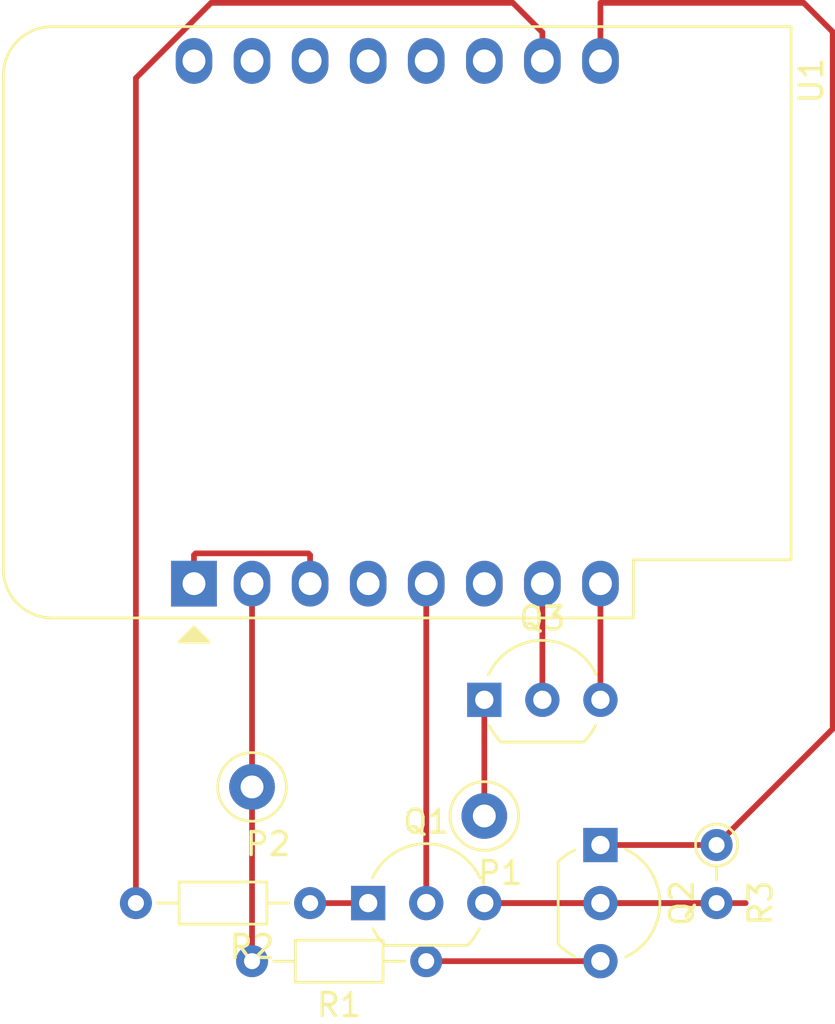
<source format=kicad_pcb>
(kicad_pcb (version 20171130) (host pcbnew 5.1.5+dfsg1-2build2)

  (general
    (thickness 1.6)
    (drawings 0)
    (tracks 26)
    (zones 0)
    (modules 9)
    (nets 20)
  )

  (page A4)
  (layers
    (0 F.Cu signal)
    (31 B.Cu signal)
    (32 B.Adhes user)
    (33 F.Adhes user)
    (34 B.Paste user)
    (35 F.Paste user)
    (36 B.SilkS user)
    (37 F.SilkS user)
    (38 B.Mask user)
    (39 F.Mask user)
    (40 Dwgs.User user)
    (41 Cmts.User user)
    (42 Eco1.User user)
    (43 Eco2.User user)
    (44 Edge.Cuts user)
    (45 Margin user)
    (46 B.CrtYd user)
    (47 F.CrtYd user)
    (48 B.Fab user)
    (49 F.Fab user)
  )

  (setup
    (last_trace_width 0.25)
    (trace_clearance 0.2)
    (zone_clearance 0.508)
    (zone_45_only no)
    (trace_min 0.2)
    (via_size 0.8)
    (via_drill 0.4)
    (via_min_size 0.4)
    (via_min_drill 0.3)
    (uvia_size 0.3)
    (uvia_drill 0.1)
    (uvias_allowed no)
    (uvia_min_size 0.2)
    (uvia_min_drill 0.1)
    (edge_width 0.05)
    (segment_width 0.2)
    (pcb_text_width 0.3)
    (pcb_text_size 1.5 1.5)
    (mod_edge_width 0.12)
    (mod_text_size 1 1)
    (mod_text_width 0.15)
    (pad_size 1.524 1.524)
    (pad_drill 0.762)
    (pad_to_mask_clearance 0.051)
    (solder_mask_min_width 0.25)
    (aux_axis_origin 0 0)
    (visible_elements FFFFFF7F)
    (pcbplotparams
      (layerselection 0x010fc_ffffffff)
      (usegerberextensions false)
      (usegerberattributes false)
      (usegerberadvancedattributes false)
      (creategerberjobfile false)
      (excludeedgelayer true)
      (linewidth 0.100000)
      (plotframeref false)
      (viasonmask false)
      (mode 1)
      (useauxorigin false)
      (hpglpennumber 1)
      (hpglpenspeed 20)
      (hpglpendiameter 15.000000)
      (psnegative false)
      (psa4output false)
      (plotreference true)
      (plotvalue true)
      (plotinvisibletext false)
      (padsonsilk false)
      (subtractmaskfromsilk false)
      (outputformat 1)
      (mirror false)
      (drillshape 1)
      (scaleselection 1)
      (outputdirectory ""))
  )

  (net 0 "")
  (net 1 "Net-(Q1-Pad1)")
  (net 2 "Net-(Q1-Pad3)")
  (net 3 "Net-(Q1-Pad2)")
  (net 4 "Net-(Q2-Pad3)")
  (net 5 "Net-(U1-Pad16)")
  (net 6 "Net-(U1-Pad15)")
  (net 7 "Net-(U1-Pad14)")
  (net 8 "Net-(U1-Pad13)")
  (net 9 "Net-(U1-Pad12)")
  (net 10 "Net-(U1-Pad11)")
  (net 11 "Net-(U1-Pad1)")
  (net 12 "Net-(U1-Pad4)")
  (net 13 "Net-(U1-Pad6)")
  (net 14 "Net-(P1-Pad1)")
  (net 15 "Net-(P2-Pad1)")
  (net 16 +6V)
  (net 17 "Net-(Q3-Pad3)")
  (net 18 "Net-(Q3-Pad2)")
  (net 19 GND)

  (net_class Default "This is the default net class."
    (clearance 0.2)
    (trace_width 0.25)
    (via_dia 0.8)
    (via_drill 0.4)
    (uvia_dia 0.3)
    (uvia_drill 0.1)
    (add_net +6V)
    (add_net GND)
    (add_net "Net-(P1-Pad1)")
    (add_net "Net-(P2-Pad1)")
    (add_net "Net-(Q1-Pad1)")
    (add_net "Net-(Q1-Pad2)")
    (add_net "Net-(Q1-Pad3)")
    (add_net "Net-(Q2-Pad3)")
    (add_net "Net-(Q3-Pad2)")
    (add_net "Net-(Q3-Pad3)")
    (add_net "Net-(U1-Pad1)")
    (add_net "Net-(U1-Pad11)")
    (add_net "Net-(U1-Pad12)")
    (add_net "Net-(U1-Pad13)")
    (add_net "Net-(U1-Pad14)")
    (add_net "Net-(U1-Pad15)")
    (add_net "Net-(U1-Pad16)")
    (add_net "Net-(U1-Pad4)")
    (add_net "Net-(U1-Pad6)")
  )

  (module Resistor_THT:R_Axial_DIN0204_L3.6mm_D1.6mm_P7.62mm_Horizontal (layer F.Cu) (tedit 5AE5139B) (tstamp 61BFC26C)
    (at 85.09 62.23 180)
    (descr "Resistor, Axial_DIN0204 series, Axial, Horizontal, pin pitch=7.62mm, 0.167W, length*diameter=3.6*1.6mm^2, http://cdn-reichelt.de/documents/datenblatt/B400/1_4W%23YAG.pdf")
    (tags "Resistor Axial_DIN0204 series Axial Horizontal pin pitch 7.62mm 0.167W length 3.6mm diameter 1.6mm")
    (path /61C5038A)
    (fp_text reference R2 (at 2.54 -1.92) (layer F.SilkS)
      (effects (font (size 1 1) (thickness 0.15)))
    )
    (fp_text value 10k (at 2.54 1.92) (layer F.Fab)
      (effects (font (size 1 1) (thickness 0.15)))
    )
    (fp_text user %R (at 2.54 0) (layer F.Fab)
      (effects (font (size 0.72 0.72) (thickness 0.108)))
    )
    (fp_line (start 8.57 -1.05) (end -0.95 -1.05) (layer F.CrtYd) (width 0.05))
    (fp_line (start 8.57 1.05) (end 8.57 -1.05) (layer F.CrtYd) (width 0.05))
    (fp_line (start -0.95 1.05) (end 8.57 1.05) (layer F.CrtYd) (width 0.05))
    (fp_line (start -0.95 -1.05) (end -0.95 1.05) (layer F.CrtYd) (width 0.05))
    (fp_line (start 6.68 0) (end 5.73 0) (layer F.SilkS) (width 0.12))
    (fp_line (start 0.94 0) (end 1.89 0) (layer F.SilkS) (width 0.12))
    (fp_line (start 5.73 -0.92) (end 1.89 -0.92) (layer F.SilkS) (width 0.12))
    (fp_line (start 5.73 0.92) (end 5.73 -0.92) (layer F.SilkS) (width 0.12))
    (fp_line (start 1.89 0.92) (end 5.73 0.92) (layer F.SilkS) (width 0.12))
    (fp_line (start 1.89 -0.92) (end 1.89 0.92) (layer F.SilkS) (width 0.12))
    (fp_line (start 7.62 0) (end 5.61 0) (layer F.Fab) (width 0.1))
    (fp_line (start 0 0) (end 2.01 0) (layer F.Fab) (width 0.1))
    (fp_line (start 5.61 -0.8) (end 2.01 -0.8) (layer F.Fab) (width 0.1))
    (fp_line (start 5.61 0.8) (end 5.61 -0.8) (layer F.Fab) (width 0.1))
    (fp_line (start 2.01 0.8) (end 5.61 0.8) (layer F.Fab) (width 0.1))
    (fp_line (start 2.01 -0.8) (end 2.01 0.8) (layer F.Fab) (width 0.1))
    (pad 2 thru_hole oval (at 7.62 0 180) (size 1.4 1.4) (drill 0.7) (layers *.Cu *.Mask)
      (net 19 GND))
    (pad 1 thru_hole circle (at 0 0 180) (size 1.4 1.4) (drill 0.7) (layers *.Cu *.Mask)
      (net 1 "Net-(Q1-Pad1)"))
    (model ${KISYS3DMOD}/Resistor_THT.3dshapes/R_Axial_DIN0204_L3.6mm_D1.6mm_P7.62mm_Horizontal.wrl
      (at (xyz 0 0 0))
      (scale (xyz 1 1 1))
      (rotate (xyz 0 0 0))
    )
  )

  (module Resistor_THT:R_Axial_DIN0204_L3.6mm_D1.6mm_P2.54mm_Vertical (layer F.Cu) (tedit 5AE5139B) (tstamp 61BFB32E)
    (at 102.87 59.69 270)
    (descr "Resistor, Axial_DIN0204 series, Axial, Vertical, pin pitch=2.54mm, 0.167W, length*diameter=3.6*1.6mm^2, http://cdn-reichelt.de/documents/datenblatt/B400/1_4W%23YAG.pdf")
    (tags "Resistor Axial_DIN0204 series Axial Vertical pin pitch 2.54mm 0.167W length 3.6mm diameter 1.6mm")
    (path /61C83749)
    (fp_text reference R3 (at 2.54 -1.92 90) (layer F.SilkS)
      (effects (font (size 1 1) (thickness 0.15)))
    )
    (fp_text value 10k (at 2.54 1.92 90) (layer F.Fab)
      (effects (font (size 1 1) (thickness 0.15)))
    )
    (fp_text user %R (at 2.54 0 90) (layer F.Fab)
      (effects (font (size 0.72 0.72) (thickness 0.108)))
    )
    (fp_line (start 3.49 -1.05) (end -1.05 -1.05) (layer F.CrtYd) (width 0.05))
    (fp_line (start 3.49 1.05) (end 3.49 -1.05) (layer F.CrtYd) (width 0.05))
    (fp_line (start -1.05 1.05) (end 3.49 1.05) (layer F.CrtYd) (width 0.05))
    (fp_line (start -1.05 -1.05) (end -1.05 1.05) (layer F.CrtYd) (width 0.05))
    (fp_line (start 0.92 0) (end 1.54 0) (layer F.SilkS) (width 0.12))
    (fp_line (start 0 0) (end 2.54 0) (layer F.Fab) (width 0.1))
    (fp_circle (center 0 0) (end 0.92 0) (layer F.SilkS) (width 0.12))
    (fp_circle (center 0 0) (end 0.8 0) (layer F.Fab) (width 0.1))
    (pad 2 thru_hole oval (at 2.54 0 270) (size 1.4 1.4) (drill 0.7) (layers *.Cu *.Mask)
      (net 2 "Net-(Q1-Pad3)"))
    (pad 1 thru_hole circle (at 0 0 270) (size 1.4 1.4) (drill 0.7) (layers *.Cu *.Mask)
      (net 16 +6V))
    (model ${KISYS3DMOD}/Resistor_THT.3dshapes/R_Axial_DIN0204_L3.6mm_D1.6mm_P2.54mm_Vertical.wrl
      (at (xyz 0 0 0))
      (scale (xyz 1 1 1))
      (rotate (xyz 0 0 0))
    )
  )

  (module Module:WEMOS_D1_mini_light (layer F.Cu) (tedit 5BBFB1CE) (tstamp 61BD7825)
    (at 80.01 48.26 90)
    (descr "16-pin module, column spacing 22.86 mm (900 mils), https://wiki.wemos.cc/products:d1:d1_mini, https://c1.staticflickr.com/1/734/31400410271_f278b087db_z.jpg")
    (tags "ESP8266 WiFi microcontroller")
    (path /61BD6AFB)
    (fp_text reference U1 (at 22 27 90) (layer F.SilkS)
      (effects (font (size 1 1) (thickness 0.15)))
    )
    (fp_text value WeMos_D1_mini (at 11.7 0 90) (layer F.Fab)
      (effects (font (size 1 1) (thickness 0.15)))
    )
    (fp_text user "No copper" (at 11.43 -3.81 90) (layer Cmts.User)
      (effects (font (size 1 1) (thickness 0.15)))
    )
    (fp_text user "KEEP OUT" (at 11.43 -6.35 90) (layer Cmts.User)
      (effects (font (size 1 1) (thickness 0.15)))
    )
    (fp_arc (start 22.23 -6.21) (end 24.36 -6.21) (angle -90) (layer F.SilkS) (width 0.12))
    (fp_arc (start 0.63 -6.21) (end 0.63 -8.34) (angle -90) (layer F.SilkS) (width 0.12))
    (fp_line (start 1.04 19.22) (end 1.04 26.12) (layer F.SilkS) (width 0.12))
    (fp_line (start -1.5 19.22) (end 1.04 19.22) (layer F.SilkS) (width 0.12))
    (fp_arc (start 22.23 -6.21) (end 24.23 -6.19) (angle -90) (layer F.Fab) (width 0.1))
    (fp_arc (start 0.63 -6.21) (end 0.63 -8.21) (angle -90) (layer F.Fab) (width 0.1))
    (fp_line (start -0.37 0) (end -1.37 -1) (layer F.Fab) (width 0.1))
    (fp_line (start -1.37 1) (end -0.37 0) (layer F.Fab) (width 0.1))
    (fp_line (start -1.37 -6.21) (end -1.37 -1) (layer F.Fab) (width 0.1))
    (fp_line (start 1.17 19.09) (end 1.17 25.99) (layer F.Fab) (width 0.1))
    (fp_line (start -1.37 19.09) (end 1.17 19.09) (layer F.Fab) (width 0.1))
    (fp_line (start -1.35 -7.4) (end -0.55 -8.2) (layer Dwgs.User) (width 0.1))
    (fp_line (start -1.3 -5.45) (end 1.45 -8.2) (layer Dwgs.User) (width 0.1))
    (fp_line (start -1.35 -3.4) (end 3.45 -8.2) (layer Dwgs.User) (width 0.1))
    (fp_line (start 22.65 -1.4) (end 24.25 -3) (layer Dwgs.User) (width 0.1))
    (fp_line (start 20.65 -1.4) (end 24.25 -5) (layer Dwgs.User) (width 0.1))
    (fp_line (start 18.65 -1.4) (end 24.25 -7) (layer Dwgs.User) (width 0.1))
    (fp_line (start 16.65 -1.4) (end 23.45 -8.2) (layer Dwgs.User) (width 0.1))
    (fp_line (start 14.65 -1.4) (end 21.45 -8.2) (layer Dwgs.User) (width 0.1))
    (fp_line (start 12.65 -1.4) (end 19.45 -8.2) (layer Dwgs.User) (width 0.1))
    (fp_line (start 10.65 -1.4) (end 17.45 -8.2) (layer Dwgs.User) (width 0.1))
    (fp_line (start 8.65 -1.4) (end 15.45 -8.2) (layer Dwgs.User) (width 0.1))
    (fp_line (start 6.65 -1.4) (end 13.45 -8.2) (layer Dwgs.User) (width 0.1))
    (fp_line (start 4.65 -1.4) (end 11.45 -8.2) (layer Dwgs.User) (width 0.1))
    (fp_line (start 2.65 -1.4) (end 9.45 -8.2) (layer Dwgs.User) (width 0.1))
    (fp_line (start 0.65 -1.4) (end 7.45 -8.2) (layer Dwgs.User) (width 0.1))
    (fp_line (start -1.35 -1.4) (end 5.45 -8.2) (layer Dwgs.User) (width 0.1))
    (fp_line (start -1.35 -8.2) (end -1.35 -1.4) (layer Dwgs.User) (width 0.1))
    (fp_line (start 24.25 -8.2) (end -1.35 -8.2) (layer Dwgs.User) (width 0.1))
    (fp_line (start 24.25 -1.4) (end 24.25 -8.2) (layer Dwgs.User) (width 0.1))
    (fp_line (start -1.35 -1.4) (end 24.25 -1.4) (layer Dwgs.User) (width 0.1))
    (fp_poly (pts (xy -2.54 -0.635) (xy -2.54 0.635) (xy -1.905 0)) (layer F.SilkS) (width 0.15))
    (fp_line (start -1.62 26.24) (end -1.62 -8.46) (layer F.CrtYd) (width 0.05))
    (fp_line (start 24.48 26.24) (end -1.62 26.24) (layer F.CrtYd) (width 0.05))
    (fp_line (start 24.48 -8.41) (end 24.48 26.24) (layer F.CrtYd) (width 0.05))
    (fp_line (start -1.62 -8.46) (end 24.48 -8.46) (layer F.CrtYd) (width 0.05))
    (fp_text user %R (at 11.43 10 90) (layer F.Fab)
      (effects (font (size 1 1) (thickness 0.15)))
    )
    (fp_line (start -1.37 1) (end -1.37 19.09) (layer F.Fab) (width 0.1))
    (fp_line (start 22.23 -8.21) (end 0.63 -8.21) (layer F.Fab) (width 0.1))
    (fp_line (start 24.23 25.99) (end 24.23 -6.21) (layer F.Fab) (width 0.1))
    (fp_line (start 1.17 25.99) (end 24.23 25.99) (layer F.Fab) (width 0.1))
    (fp_line (start 22.24 -8.34) (end 0.63 -8.34) (layer F.SilkS) (width 0.12))
    (fp_line (start 24.36 26.12) (end 24.36 -6.21) (layer F.SilkS) (width 0.12))
    (fp_line (start -1.5 19.22) (end -1.5 -6.21) (layer F.SilkS) (width 0.12))
    (fp_line (start 1.04 26.12) (end 24.36 26.12) (layer F.SilkS) (width 0.12))
    (pad 16 thru_hole oval (at 22.86 0 90) (size 2 1.6) (drill 1) (layers *.Cu *.Mask)
      (net 5 "Net-(U1-Pad16)"))
    (pad 15 thru_hole oval (at 22.86 2.54 90) (size 2 1.6) (drill 1) (layers *.Cu *.Mask)
      (net 6 "Net-(U1-Pad15)"))
    (pad 14 thru_hole oval (at 22.86 5.08 90) (size 2 1.6) (drill 1) (layers *.Cu *.Mask)
      (net 7 "Net-(U1-Pad14)"))
    (pad 13 thru_hole oval (at 22.86 7.62 90) (size 2 1.6) (drill 1) (layers *.Cu *.Mask)
      (net 8 "Net-(U1-Pad13)"))
    (pad 12 thru_hole oval (at 22.86 10.16 90) (size 2 1.6) (drill 1) (layers *.Cu *.Mask)
      (net 9 "Net-(U1-Pad12)"))
    (pad 11 thru_hole oval (at 22.86 12.7 90) (size 2 1.6) (drill 1) (layers *.Cu *.Mask)
      (net 10 "Net-(U1-Pad11)"))
    (pad 10 thru_hole oval (at 22.86 15.24 90) (size 2 1.6) (drill 1) (layers *.Cu *.Mask)
      (net 19 GND))
    (pad 9 thru_hole oval (at 22.86 17.78 90) (size 2 1.6) (drill 1) (layers *.Cu *.Mask)
      (net 16 +6V))
    (pad 8 thru_hole oval (at 0 17.78 90) (size 2 1.6) (drill 1) (layers *.Cu *.Mask)
      (net 17 "Net-(Q3-Pad3)"))
    (pad 7 thru_hole oval (at 0 15.24 90) (size 2 1.6) (drill 1) (layers *.Cu *.Mask)
      (net 18 "Net-(Q3-Pad2)"))
    (pad 6 thru_hole oval (at 0 12.7 90) (size 2 1.6) (drill 1) (layers *.Cu *.Mask)
      (net 13 "Net-(U1-Pad6)"))
    (pad 5 thru_hole oval (at 0 10.16 90) (size 2 1.6) (drill 1) (layers *.Cu *.Mask)
      (net 3 "Net-(Q1-Pad2)"))
    (pad 4 thru_hole oval (at 0 7.62 90) (size 2 1.6) (drill 1) (layers *.Cu *.Mask)
      (net 12 "Net-(U1-Pad4)"))
    (pad 3 thru_hole oval (at 0 5.08 90) (size 2 1.6) (drill 1) (layers *.Cu *.Mask)
      (net 11 "Net-(U1-Pad1)"))
    (pad 1 thru_hole rect (at 0 0 90) (size 2 2) (drill 1) (layers *.Cu *.Mask)
      (net 11 "Net-(U1-Pad1)"))
    (pad 2 thru_hole oval (at 0 2.54 90) (size 2 1.6) (drill 1) (layers *.Cu *.Mask)
      (net 15 "Net-(P2-Pad1)"))
    (model ${KISYS3DMOD}/Module.3dshapes/WEMOS_D1_mini_light.wrl
      (at (xyz 0 0 0))
      (scale (xyz 1 1 1))
      (rotate (xyz 0 0 0))
    )
    (model ${KISYS3DMOD}/Connector_PinHeader_2.54mm.3dshapes/PinHeader_1x08_P2.54mm_Vertical.wrl
      (offset (xyz 0 0 9.5))
      (scale (xyz 1 1 1))
      (rotate (xyz 0 -180 0))
    )
    (model ${KISYS3DMOD}/Connector_PinHeader_2.54mm.3dshapes/PinHeader_1x08_P2.54mm_Vertical.wrl
      (offset (xyz 22.86 0 9.5))
      (scale (xyz 1 1 1))
      (rotate (xyz 0 -180 0))
    )
    (model ${KISYS3DMOD}/Connector_PinSocket_2.54mm.3dshapes/PinSocket_1x08_P2.54mm_Vertical.wrl
      (at (xyz 0 0 0))
      (scale (xyz 1 1 1))
      (rotate (xyz 0 0 0))
    )
    (model ${KISYS3DMOD}/Connector_PinSocket_2.54mm.3dshapes/PinSocket_1x08_P2.54mm_Vertical.wrl
      (offset (xyz 22.86 0 0))
      (scale (xyz 1 1 1))
      (rotate (xyz 0 0 0))
    )
  )

  (module Package_TO_SOT_THT:TO-92_Inline_Wide (layer F.Cu) (tedit 5A02FF81) (tstamp 61BFB2F2)
    (at 92.71 53.34)
    (descr "TO-92 leads in-line, wide, drill 0.75mm (see NXP sot054_po.pdf)")
    (tags "to-92 sc-43 sc-43a sot54 PA33 transistor")
    (path /61C60A18)
    (fp_text reference Q3 (at 2.54 -3.56) (layer F.SilkS)
      (effects (font (size 1 1) (thickness 0.15)))
    )
    (fp_text value 2N3904 (at 2.54 2.79) (layer F.Fab)
      (effects (font (size 1 1) (thickness 0.15)))
    )
    (fp_arc (start 2.54 0) (end 4.34 1.85) (angle -20) (layer F.SilkS) (width 0.12))
    (fp_arc (start 2.54 0) (end 2.54 -2.48) (angle -135) (layer F.Fab) (width 0.1))
    (fp_arc (start 2.54 0) (end 2.54 -2.48) (angle 135) (layer F.Fab) (width 0.1))
    (fp_arc (start 2.54 0) (end 2.54 -2.6) (angle 65) (layer F.SilkS) (width 0.12))
    (fp_arc (start 2.54 0) (end 2.54 -2.6) (angle -65) (layer F.SilkS) (width 0.12))
    (fp_arc (start 2.54 0) (end 0.74 1.85) (angle 20) (layer F.SilkS) (width 0.12))
    (fp_line (start 6.09 2.01) (end -1.01 2.01) (layer F.CrtYd) (width 0.05))
    (fp_line (start 6.09 2.01) (end 6.09 -2.73) (layer F.CrtYd) (width 0.05))
    (fp_line (start -1.01 -2.73) (end -1.01 2.01) (layer F.CrtYd) (width 0.05))
    (fp_line (start -1.01 -2.73) (end 6.09 -2.73) (layer F.CrtYd) (width 0.05))
    (fp_line (start 0.8 1.75) (end 4.3 1.75) (layer F.Fab) (width 0.1))
    (fp_line (start 0.74 1.85) (end 4.34 1.85) (layer F.SilkS) (width 0.12))
    (fp_text user %R (at 2.54 -3.56) (layer F.Fab)
      (effects (font (size 1 1) (thickness 0.15)))
    )
    (pad 1 thru_hole rect (at 0 0 90) (size 1.5 1.5) (drill 0.8) (layers *.Cu *.Mask)
      (net 14 "Net-(P1-Pad1)"))
    (pad 3 thru_hole circle (at 5.08 0 90) (size 1.5 1.5) (drill 0.8) (layers *.Cu *.Mask)
      (net 17 "Net-(Q3-Pad3)"))
    (pad 2 thru_hole circle (at 2.54 0 90) (size 1.5 1.5) (drill 0.8) (layers *.Cu *.Mask)
      (net 18 "Net-(Q3-Pad2)"))
    (model ${KISYS3DMOD}/Package_TO_SOT_THT.3dshapes/TO-92_Inline_Wide.wrl
      (at (xyz 0 0 0))
      (scale (xyz 1 1 1))
      (rotate (xyz 0 0 0))
    )
  )

  (module Resistor_THT:R_Axial_DIN0204_L3.6mm_D1.6mm_P7.62mm_Horizontal (layer F.Cu) (tedit 5AE5139B) (tstamp 61BD77CB)
    (at 90.17 64.77 180)
    (descr "Resistor, Axial_DIN0204 series, Axial, Horizontal, pin pitch=7.62mm, 0.167W, length*diameter=3.6*1.6mm^2, http://cdn-reichelt.de/documents/datenblatt/B400/1_4W%23YAG.pdf")
    (tags "Resistor Axial_DIN0204 series Axial Horizontal pin pitch 7.62mm 0.167W length 3.6mm diameter 1.6mm")
    (path /61BE30C8)
    (fp_text reference R1 (at 3.81 -1.92) (layer F.SilkS)
      (effects (font (size 1 1) (thickness 0.15)))
    )
    (fp_text value 270k (at 3.81 1.92) (layer F.Fab)
      (effects (font (size 1 1) (thickness 0.15)))
    )
    (fp_line (start 2.01 -0.8) (end 2.01 0.8) (layer F.Fab) (width 0.1))
    (fp_line (start 2.01 0.8) (end 5.61 0.8) (layer F.Fab) (width 0.1))
    (fp_line (start 5.61 0.8) (end 5.61 -0.8) (layer F.Fab) (width 0.1))
    (fp_line (start 5.61 -0.8) (end 2.01 -0.8) (layer F.Fab) (width 0.1))
    (fp_line (start 0 0) (end 2.01 0) (layer F.Fab) (width 0.1))
    (fp_line (start 7.62 0) (end 5.61 0) (layer F.Fab) (width 0.1))
    (fp_line (start 1.89 -0.92) (end 1.89 0.92) (layer F.SilkS) (width 0.12))
    (fp_line (start 1.89 0.92) (end 5.73 0.92) (layer F.SilkS) (width 0.12))
    (fp_line (start 5.73 0.92) (end 5.73 -0.92) (layer F.SilkS) (width 0.12))
    (fp_line (start 5.73 -0.92) (end 1.89 -0.92) (layer F.SilkS) (width 0.12))
    (fp_line (start 0.94 0) (end 1.89 0) (layer F.SilkS) (width 0.12))
    (fp_line (start 6.68 0) (end 5.73 0) (layer F.SilkS) (width 0.12))
    (fp_line (start -0.95 -1.05) (end -0.95 1.05) (layer F.CrtYd) (width 0.05))
    (fp_line (start -0.95 1.05) (end 8.57 1.05) (layer F.CrtYd) (width 0.05))
    (fp_line (start 8.57 1.05) (end 8.57 -1.05) (layer F.CrtYd) (width 0.05))
    (fp_line (start 8.57 -1.05) (end -0.95 -1.05) (layer F.CrtYd) (width 0.05))
    (fp_text user %R (at 3.81 0) (layer F.Fab)
      (effects (font (size 0.72 0.72) (thickness 0.108)))
    )
    (pad 1 thru_hole circle (at 0 0 180) (size 1.4 1.4) (drill 0.7) (layers *.Cu *.Mask)
      (net 4 "Net-(Q2-Pad3)"))
    (pad 2 thru_hole oval (at 7.62 0 180) (size 1.4 1.4) (drill 0.7) (layers *.Cu *.Mask)
      (net 15 "Net-(P2-Pad1)"))
    (model ${KISYS3DMOD}/Resistor_THT.3dshapes/R_Axial_DIN0204_L3.6mm_D1.6mm_P7.62mm_Horizontal.wrl
      (at (xyz 0 0 0))
      (scale (xyz 1 1 1))
      (rotate (xyz 0 0 0))
    )
  )

  (module TestPoint:TestPoint_Loop_D2.50mm_Drill1.0mm (layer F.Cu) (tedit 5A0F774F) (tstamp 61BD9EA4)
    (at 82.55 57.15)
    (descr "wire loop as test point, loop diameter 2.5mm, hole diameter 1.0mm")
    (tags "test point wire loop bead")
    (path /61C1596A)
    (fp_text reference P2 (at 0.7 2.5) (layer F.SilkS)
      (effects (font (size 1 1) (thickness 0.15)))
    )
    (fp_text value Probe- (at 0 -2.8) (layer F.Fab)
      (effects (font (size 1 1) (thickness 0.15)))
    )
    (fp_line (start -1.3 -0.2) (end -1.3 0.2) (layer F.Fab) (width 0.12))
    (fp_line (start -1.3 0.2) (end 1.3 0.2) (layer F.Fab) (width 0.12))
    (fp_line (start 1.3 0.2) (end 1.3 -0.2) (layer F.Fab) (width 0.12))
    (fp_line (start 1.3 -0.2) (end -1.3 -0.2) (layer F.Fab) (width 0.12))
    (fp_circle (center 0 0) (end 1.8 0) (layer F.CrtYd) (width 0.05))
    (fp_circle (center 0 0) (end 1.5 0) (layer F.SilkS) (width 0.12))
    (fp_text user %R (at 0.7 2.5) (layer F.Fab)
      (effects (font (size 1 1) (thickness 0.15)))
    )
    (pad 1 thru_hole circle (at 0 0) (size 2 2) (drill 1) (layers *.Cu *.Mask)
      (net 15 "Net-(P2-Pad1)"))
    (model ${KISYS3DMOD}/TestPoint.3dshapes/TestPoint_Loop_D2.50mm_Drill1.0mm.wrl
      (at (xyz 0 0 0))
      (scale (xyz 1 1 1))
      (rotate (xyz 0 0 0))
    )
  )

  (module TestPoint:TestPoint_Loop_D2.50mm_Drill1.0mm (layer F.Cu) (tedit 5A0F774F) (tstamp 61BD9E98)
    (at 92.71 58.42)
    (descr "wire loop as test point, loop diameter 2.5mm, hole diameter 1.0mm")
    (tags "test point wire loop bead")
    (path /61C14F83)
    (fp_text reference P1 (at 0.7 2.5) (layer F.SilkS)
      (effects (font (size 1 1) (thickness 0.15)))
    )
    (fp_text value Probe+ (at 0 -2.8) (layer F.Fab)
      (effects (font (size 1 1) (thickness 0.15)))
    )
    (fp_text user %R (at 0.7 2.5) (layer F.Fab)
      (effects (font (size 1 1) (thickness 0.15)))
    )
    (fp_circle (center 0 0) (end 1.5 0) (layer F.SilkS) (width 0.12))
    (fp_circle (center 0 0) (end 1.8 0) (layer F.CrtYd) (width 0.05))
    (fp_line (start 1.3 -0.2) (end -1.3 -0.2) (layer F.Fab) (width 0.12))
    (fp_line (start 1.3 0.2) (end 1.3 -0.2) (layer F.Fab) (width 0.12))
    (fp_line (start -1.3 0.2) (end 1.3 0.2) (layer F.Fab) (width 0.12))
    (fp_line (start -1.3 -0.2) (end -1.3 0.2) (layer F.Fab) (width 0.12))
    (pad 1 thru_hole circle (at 0 0) (size 2 2) (drill 1) (layers *.Cu *.Mask)
      (net 14 "Net-(P1-Pad1)"))
    (model ${KISYS3DMOD}/TestPoint.3dshapes/TestPoint_Loop_D2.50mm_Drill1.0mm.wrl
      (at (xyz 0 0 0))
      (scale (xyz 1 1 1))
      (rotate (xyz 0 0 0))
    )
  )

  (module Package_TO_SOT_THT:TO-92_Inline_Wide (layer F.Cu) (tedit 5A02FF81) (tstamp 61BD77B4)
    (at 97.79 59.69 270)
    (descr "TO-92 leads in-line, wide, drill 0.75mm (see NXP sot054_po.pdf)")
    (tags "to-92 sc-43 sc-43a sot54 PA33 transistor")
    (path /61BDC645)
    (fp_text reference Q2 (at 2.54 -3.56 90) (layer F.SilkS)
      (effects (font (size 1 1) (thickness 0.15)))
    )
    (fp_text value 2N3906 (at 2.54 2.79 90) (layer F.Fab)
      (effects (font (size 1 1) (thickness 0.15)))
    )
    (fp_text user %R (at 2.54 -3.56 90) (layer F.Fab)
      (effects (font (size 1 1) (thickness 0.15)))
    )
    (fp_line (start 0.74 1.85) (end 4.34 1.85) (layer F.SilkS) (width 0.12))
    (fp_line (start 0.8 1.75) (end 4.3 1.75) (layer F.Fab) (width 0.1))
    (fp_line (start -1.01 -2.73) (end 6.09 -2.73) (layer F.CrtYd) (width 0.05))
    (fp_line (start -1.01 -2.73) (end -1.01 2.01) (layer F.CrtYd) (width 0.05))
    (fp_line (start 6.09 2.01) (end 6.09 -2.73) (layer F.CrtYd) (width 0.05))
    (fp_line (start 6.09 2.01) (end -1.01 2.01) (layer F.CrtYd) (width 0.05))
    (fp_arc (start 2.54 0) (end 0.74 1.85) (angle 20) (layer F.SilkS) (width 0.12))
    (fp_arc (start 2.54 0) (end 2.54 -2.6) (angle -65) (layer F.SilkS) (width 0.12))
    (fp_arc (start 2.54 0) (end 2.54 -2.6) (angle 65) (layer F.SilkS) (width 0.12))
    (fp_arc (start 2.54 0) (end 2.54 -2.48) (angle 135) (layer F.Fab) (width 0.1))
    (fp_arc (start 2.54 0) (end 2.54 -2.48) (angle -135) (layer F.Fab) (width 0.1))
    (fp_arc (start 2.54 0) (end 4.34 1.85) (angle -20) (layer F.SilkS) (width 0.12))
    (pad 2 thru_hole circle (at 2.54 0) (size 1.5 1.5) (drill 0.8) (layers *.Cu *.Mask)
      (net 2 "Net-(Q1-Pad3)"))
    (pad 3 thru_hole circle (at 5.08 0) (size 1.5 1.5) (drill 0.8) (layers *.Cu *.Mask)
      (net 4 "Net-(Q2-Pad3)"))
    (pad 1 thru_hole rect (at 0 0) (size 1.5 1.5) (drill 0.8) (layers *.Cu *.Mask)
      (net 16 +6V))
    (model ${KISYS3DMOD}/Package_TO_SOT_THT.3dshapes/TO-92_Inline_Wide.wrl
      (at (xyz 0 0 0))
      (scale (xyz 1 1 1))
      (rotate (xyz 0 0 0))
    )
  )

  (module Package_TO_SOT_THT:TO-92_Inline_Wide (layer F.Cu) (tedit 5A02FF81) (tstamp 61BD77A2)
    (at 87.63 62.23)
    (descr "TO-92 leads in-line, wide, drill 0.75mm (see NXP sot054_po.pdf)")
    (tags "to-92 sc-43 sc-43a sot54 PA33 transistor")
    (path /61BE1FBE)
    (fp_text reference Q1 (at 2.54 -3.56) (layer F.SilkS)
      (effects (font (size 1 1) (thickness 0.15)))
    )
    (fp_text value 2N3904 (at 2.54 2.79) (layer F.Fab)
      (effects (font (size 1 1) (thickness 0.15)))
    )
    (fp_arc (start 2.54 0) (end 4.34 1.85) (angle -20) (layer F.SilkS) (width 0.12))
    (fp_arc (start 2.54 0) (end 2.54 -2.48) (angle -135) (layer F.Fab) (width 0.1))
    (fp_arc (start 2.54 0) (end 2.54 -2.48) (angle 135) (layer F.Fab) (width 0.1))
    (fp_arc (start 2.54 0) (end 2.54 -2.6) (angle 65) (layer F.SilkS) (width 0.12))
    (fp_arc (start 2.54 0) (end 2.54 -2.6) (angle -65) (layer F.SilkS) (width 0.12))
    (fp_arc (start 2.54 0) (end 0.74 1.85) (angle 20) (layer F.SilkS) (width 0.12))
    (fp_line (start 6.09 2.01) (end -1.01 2.01) (layer F.CrtYd) (width 0.05))
    (fp_line (start 6.09 2.01) (end 6.09 -2.73) (layer F.CrtYd) (width 0.05))
    (fp_line (start -1.01 -2.73) (end -1.01 2.01) (layer F.CrtYd) (width 0.05))
    (fp_line (start -1.01 -2.73) (end 6.09 -2.73) (layer F.CrtYd) (width 0.05))
    (fp_line (start 0.8 1.75) (end 4.3 1.75) (layer F.Fab) (width 0.1))
    (fp_line (start 0.74 1.85) (end 4.34 1.85) (layer F.SilkS) (width 0.12))
    (fp_text user %R (at 2.54 -3.56) (layer F.Fab)
      (effects (font (size 1 1) (thickness 0.15)))
    )
    (pad 1 thru_hole rect (at 0 0 90) (size 1.5 1.5) (drill 0.8) (layers *.Cu *.Mask)
      (net 1 "Net-(Q1-Pad1)"))
    (pad 3 thru_hole circle (at 5.08 0 90) (size 1.5 1.5) (drill 0.8) (layers *.Cu *.Mask)
      (net 2 "Net-(Q1-Pad3)"))
    (pad 2 thru_hole circle (at 2.54 0 90) (size 1.5 1.5) (drill 0.8) (layers *.Cu *.Mask)
      (net 3 "Net-(Q1-Pad2)"))
    (model ${KISYS3DMOD}/Package_TO_SOT_THT.3dshapes/TO-92_Inline_Wide.wrl
      (at (xyz 0 0 0))
      (scale (xyz 1 1 1))
      (rotate (xyz 0 0 0))
    )
  )

  (segment (start 87.63 62.23) (end 85.09 62.23) (width 0.25) (layer F.Cu) (net 1))
  (segment (start 92.71 62.23) (end 104.14 62.23) (width 0.25) (layer F.Cu) (net 2))
  (segment (start 92.71 62.23) (end 97.79 62.23) (width 0.25) (layer F.Cu) (net 2))
  (segment (start 97.79 62.23) (end 102.87 62.23) (width 0.25) (layer F.Cu) (net 2))
  (segment (start 90.17 48.26) (end 90.17 62.23) (width 0.25) (layer F.Cu) (net 3))
  (segment (start 90.17 64.77) (end 97.79 64.77) (width 0.25) (layer F.Cu) (net 4))
  (segment (start 85.09 47.01) (end 85.09 48.26) (width 0.25) (layer F.Cu) (net 11))
  (segment (start 80.08501 46.93499) (end 85.01499 46.93499) (width 0.25) (layer F.Cu) (net 11))
  (segment (start 80.01 47.01) (end 80.08501 46.93499) (width 0.25) (layer F.Cu) (net 11))
  (segment (start 85.01499 46.93499) (end 85.09 47.01) (width 0.25) (layer F.Cu) (net 11))
  (segment (start 80.01 48.26) (end 80.01 47.01) (width 0.25) (layer F.Cu) (net 11))
  (segment (start 92.71 53.34) (end 92.71 58.42) (width 0.25) (layer F.Cu) (net 14))
  (segment (start 82.55 48.26) (end 82.55 64.77) (width 0.25) (layer F.Cu) (net 15))
  (segment (start 97.79 59.69) (end 102.87 59.69) (width 0.25) (layer F.Cu) (net 16))
  (segment (start 97.79 25.4) (end 97.79 22.86) (width 0.25) (layer F.Cu) (net 16))
  (segment (start 97.79 22.86) (end 106.68 22.86) (width 0.25) (layer F.Cu) (net 16))
  (segment (start 106.68 22.86) (end 107.95 24.13) (width 0.25) (layer F.Cu) (net 16))
  (segment (start 107.95 54.61) (end 102.87 59.69) (width 0.25) (layer F.Cu) (net 16))
  (segment (start 107.95 24.13) (end 107.95 54.61) (width 0.25) (layer F.Cu) (net 16))
  (segment (start 97.79 53.34) (end 97.79 48.26) (width 0.25) (layer F.Cu) (net 17))
  (segment (start 95.25 48.26) (end 95.25 53.34) (width 0.25) (layer F.Cu) (net 18))
  (segment (start 77.47 26.148996) (end 80.758996 22.86) (width 0.25) (layer F.Cu) (net 19))
  (segment (start 77.47 62.23) (end 77.47 26.148996) (width 0.25) (layer F.Cu) (net 19))
  (segment (start 95.25 24.15) (end 95.25 25.4) (width 0.25) (layer F.Cu) (net 19))
  (segment (start 93.96 22.86) (end 95.25 24.15) (width 0.25) (layer F.Cu) (net 19))
  (segment (start 80.758996 22.86) (end 93.96 22.86) (width 0.25) (layer F.Cu) (net 19))

)

</source>
